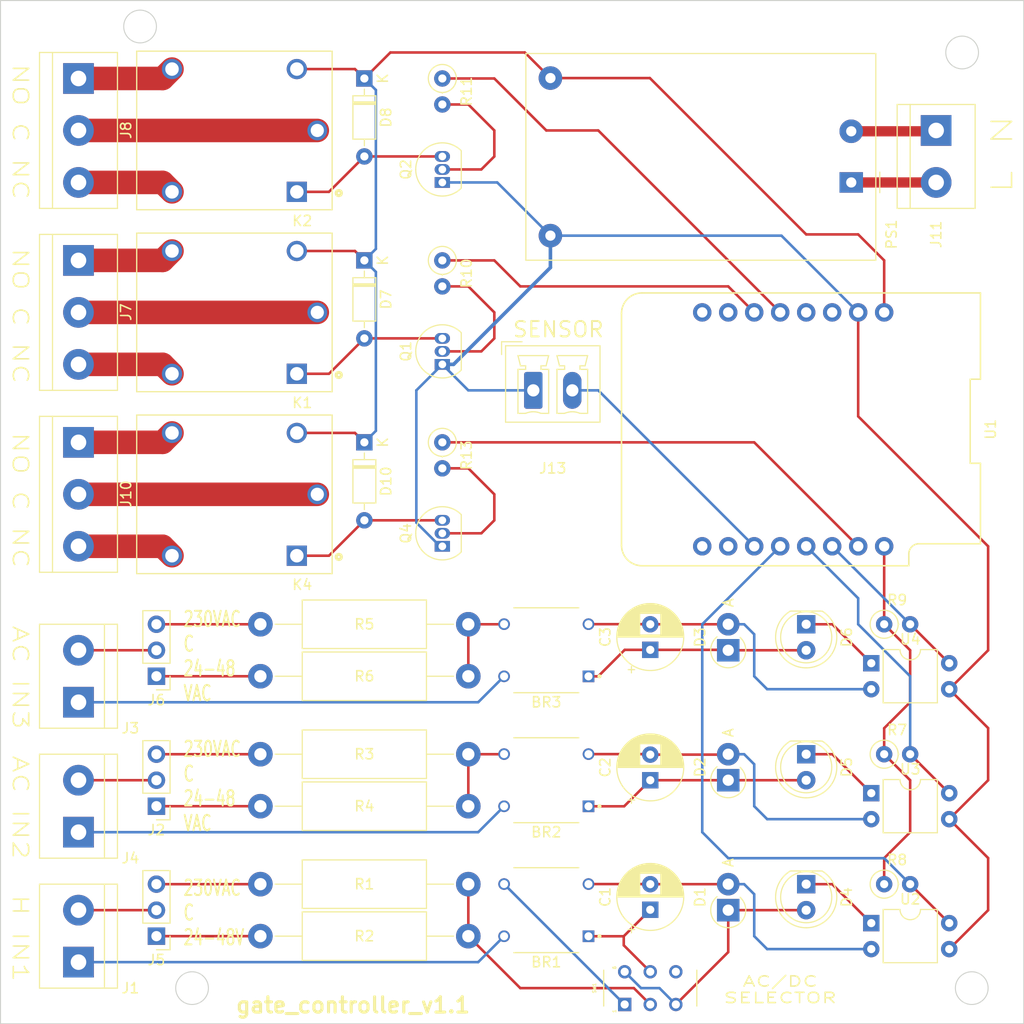
<source format=kicad_pcb>
(kicad_pcb (version 20221018) (generator pcbnew)
  (layers (0 "F.Cu" signal) (31 "B.Cu" signal) (34 "B.Paste" user) (35 "F.Paste" user) (36 "B.SilkS" user "B.Silkscreen") (37 "F.SilkS" user "F.Silkscreen") (38 "B.Mask" user) (39 "F.Mask" user) (44 "Edge.Cuts" user))
  (net 0 "")
  (net 1 "Net-(D1-K)")
  (net 2 "Net-(D1-A)")
  (net 3 "Net-(J1-Pin_1)")
  (net 4 "Net-(D2-K)")
  (net 5 "Net-(D2-A)")
  (net 6 "Net-(BR2-Pad3)")
  (net 7 "Net-(J4-Pin_1)")
  (net 8 "Net-(D3-K)")
  (net 9 "Net-(D3-A)")
  (net 10 "Net-(J3-Pin_1)")
  (net 11 "Net-(D4-K)")
  (net 12 "Net-(D6-K)")
  (net 13 "Net-(J1-Pin_2)")
  (net 14 "Net-(J2-Pin_1)")
  (net 15 "Net-(J2-Pin_2)")
  (net 16 "Net-(J2-Pin_3)")
  (net 17 "Net-(J3-Pin_2)")
  (net 18 "Net-(J5-Pin_1)")
  (net 19 "Net-(J5-Pin_3)")
  (net 20 "Net-(J6-Pin_1)")
  (net 21 "Net-(J6-Pin_3)")
  (net 22 "+3.3V")
  (net 23 "+5V")
  (net 24 "Net-(D7-A)")
  (net 25 "GND")
  (net 26 "Net-(D8-A)")
  (net 29 "D3")
  (net 30 "Net-(D10-A)")
  (net 31 "D2")
  (net 32 "D4")
  (net 33 "D1")
  (net 38 "Net-(D5-K)")
  (net 39 "Net-(J11-Pin_2)")
  (net 40 "Net-(J11-Pin_1)")
  (net 41 "Net-(Q1-B)")
  (net 42 "Net-(Q2-B)")
  (net 43 "Net-(Q4-B)")
  (net 44 "R1")
  (net 45 "R2")
  (net 46 "R3")
  (net 47 "Net-(J7-Pin_1)")
  (net 48 "Net-(J7-Pin_2)")
  (net 49 "Net-(J7-Pin_3)")
  (net 50 "Net-(J8-Pin_1)")
  (net 51 "Net-(J8-Pin_2)")
  (net 52 "Net-(J8-Pin_3)")
  (net 53 "Net-(J10-Pin_1)")
  (net 54 "Net-(J10-Pin_2)")
  (net 55 "Net-(J10-Pin_3)")
  (net 56 "Net-(BR3-Pad3)")
  (net 57 "Net-(BR1-Pad1)")
  (net 58 "Net-(BR1-Pad3)")
  (net 59 "Net-(R1-Pad2)")
  (footprint "Converter_ACDC:Converter_ACDC_HiLink_HLK-PMxx" (layer "F.Cu") (at 111.0825 45.72 180)
    (fp_text reference "PS1" (at -3.94 -5.08 90) (layer "F.SilkS"))
    (fp_text value "HLK-PM01")
    (pad "1" thru_hole rect (at 0 0 180) (size 2.3 2) (drill 1) (layers "*.Cu" "*.Mask") (net 39 "Net-(J11-Pin_2)"))
    (pad "2" thru_hole circle (at 0 5 180) (size 2.3 2.3) (drill 1) (layers "*.Cu" "*.Mask") (net 40 "Net-(J11-Pin_1)"))
    (pad "3" thru_hole circle (at 29.4 -5.2 180) (size 2.3 2.3) (drill 1) (layers "*.Cu" "*.Mask") (net 25 "GND"))
    (pad "4" thru_hole circle (at 29.4 10.2 180) (size 2.3 2.3) (drill 1) (layers "*.Cu" "*.Mask") (net 23 "+5V"))
  )
  (footprint "DB107:DIP825W50P509L880H320Q4" (layer "F.Cu") (at 81.28 116.84 180)
    (fp_text reference "BR1" (at 0 -5.08) (layer "F.SilkS"))
    (fp_text value "DB107")
    (pad "1" thru_hole rect (at -4.125 -2.55 180) (size 1.14 1.14) (drill 0.79) (layers "*.Cu" "*.Mask") (net 57 "Net-(BR1-Pad1)"))
    (pad "2" thru_hole circle (at -4.125 2.55 180) (size 1.14 1.14) (drill 0.79) (layers "*.Cu" "*.Mask") (net 2 "Net-(D1-A)"))
    (pad "3" thru_hole circle (at 4.125 2.55 180) (size 1.14 1.14) (drill 0.79) (layers "*.Cu" "*.Mask") (net 58 "Net-(BR1-Pad3)"))
    (pad "4" thru_hole circle (at 4.125 -2.55 180) (size 1.14 1.14) (drill 0.79) (layers "*.Cu" "*.Mask") (net 3 "Net-(J1-Pin_1)"))
  )
  (footprint "Resistor_THT:R_Axial_DIN0207_L6.3mm_D2.5mm_P2.54mm_Vertical" (layer "F.Cu") (at 71.12 53.34 -90)
    (fp_text reference "R10" (at 1.27 -2.37 90) (layer "F.SilkS"))
    (fp_text value "460")
    (pad "1" thru_hole circle (at 0 0 270) (size 1.6 1.6) (drill 0.8) (layers "*.Cu" "*.Mask") (net 44 "R1"))
    (pad "2" thru_hole oval (at 2.54 0 270) (size 1.6 1.6) (drill 0.8) (layers "*.Cu" "*.Mask") (net 41 "Net-(Q1-B)"))
  )
  (footprint "Resistor_THT:R_Axial_DIN0414_L11.9mm_D4.5mm_P20.32mm_Horizontal" (layer "F.Cu") (at 53.34 88.9)
    (fp_text reference "R5" (at 10.16 0) (layer "F.SilkS"))
    (fp_text value "150K")
    (pad "1" thru_hole circle (at 0 0) (size 2.4 2.4) (drill 1.2) (layers "*.Cu" "*.Mask") (net 21 "Net-(J6-Pin_3)"))
    (pad "2" thru_hole oval (at 20.32 0) (size 2.4 2.4) (drill 1.2) (layers "*.Cu" "*.Mask") (net 56 "Net-(BR3-Pad3)"))
  )
  (footprint "Diode_THT:D_DO-41_SOD81_P2.54mm_Vertical_AnodeUp" (layer "F.Cu") (at 99.06 91.44 90)
    (fp_text reference "D3" (at 1.27 -2.750635 90) (layer "F.SilkS"))
    (fp_text value "D_Zener")
    (fp_text user "A" (at 4.64 0 90) (layer "F.SilkS"))
    (pad "1" thru_hole rect (at 0 0 90) (size 2.2 2.2) (drill 1.1) (layers "*.Cu" "*.Mask") (net 8 "Net-(D3-K)"))
    (pad "2" thru_hole oval (at 2.54 0 90) (size 2.2 2.2) (drill 1.1) (layers "*.Cu" "*.Mask") (net 9 "Net-(D3-A)"))
  )
  (footprint "TerminalBlock:TerminalBlock_bornier-3_P5.08mm" (layer "F.Cu") (at 35.56 35.56 -90)
    (fp_text reference "J8" (at 5.05 -4.65 90) (layer "F.SilkS"))
    (fp_text value "Conn_01x03")
    (pad "1" thru_hole rect (at 0 0 270) (size 3 3) (drill 1.52) (layers "*.Cu" "*.Mask") (net 50 "Net-(J8-Pin_1)"))
    (pad "2" thru_hole circle (at 5.08 0 270) (size 3 3) (drill 1.52) (layers "*.Cu" "*.Mask") (net 51 "Net-(J8-Pin_2)"))
    (pad "3" thru_hole circle (at 10.16 0 270) (size 3 3) (drill 1.52) (layers "*.Cu" "*.Mask") (net 52 "Net-(J8-Pin_3)"))
  )
  (footprint "Resistor_THT:R_Axial_DIN0207_L6.3mm_D2.5mm_P2.54mm_Vertical" (layer "F.Cu") (at 114.3 88.9)
    (fp_text reference "R9" (at 1.27 -2.37) (layer "F.SilkS"))
    (fp_text value "4.7K")
    (pad "1" thru_hole circle (at 0 0) (size 1.6 1.6) (drill 0.8) (layers "*.Cu" "*.Mask") (net 22 "+3.3V"))
    (pad "2" thru_hole oval (at 2.54 0) (size 1.6 1.6) (drill 0.8) (layers "*.Cu" "*.Mask") (net 29 "D3"))
  )
  (footprint "Diode_THT:D_DO-41_SOD81_P2.54mm_Vertical_AnodeUp" (layer "F.Cu") (at 99.06 104.14 90)
    (fp_text reference "D2" (at 1.27 -2.750635 90) (layer "F.SilkS"))
    (fp_text value "D_Zener")
    (fp_text user "A" (at 4.64 0 90) (layer "F.SilkS"))
    (pad "1" thru_hole rect (at 0 0 90) (size 2.2 2.2) (drill 1.1) (layers "*.Cu" "*.Mask") (net 4 "Net-(D2-K)"))
    (pad "2" thru_hole oval (at 2.54 0 90) (size 2.2 2.2) (drill 1.1) (layers "*.Cu" "*.Mask") (net 5 "Net-(D2-A)"))
  )
  (footprint "DB107:DIP825W50P509L880H320Q4" (layer "F.Cu") (at 81.28 104.14 180)
    (fp_text reference "BR2" (at 0 -5.08) (layer "F.SilkS"))
    (fp_text value "DB107")
    (pad "1" thru_hole rect (at -4.125 -2.55 180) (size 1.14 1.14) (drill 0.79) (layers "*.Cu" "*.Mask") (net 4 "Net-(D2-K)"))
    (pad "2" thru_hole circle (at -4.125 2.55 180) (size 1.14 1.14) (drill 0.79) (layers "*.Cu" "*.Mask") (net 5 "Net-(D2-A)"))
    (pad "3" thru_hole circle (at 4.125 2.55 180) (size 1.14 1.14) (drill 0.79) (layers "*.Cu" "*.Mask") (net 6 "Net-(BR2-Pad3)"))
    (pad "4" thru_hole circle (at 4.125 -2.55 180) (size 1.14 1.14) (drill 0.79) (layers "*.Cu" "*.Mask") (net 7 "Net-(J4-Pin_1)"))
  )
  (footprint "Diode_THT:D_DO-41_SOD81_P2.54mm_Vertical_AnodeUp" (layer "F.Cu") (at 99.06 116.84 90)
    (fp_text reference "D1" (at 1.27 -2.750635 90) (layer "F.SilkS"))
    (fp_text value "D_Zener")
    (fp_text user "A" (at 4.64 0 90) (layer "F.SilkS"))
    (pad "1" thru_hole rect (at 0 0 90) (size 2.2 2.2) (drill 1.1) (layers "*.Cu" "*.Mask") (net 1 "Net-(D1-K)"))
    (pad "2" thru_hole oval (at 2.54 0 90) (size 2.2 2.2) (drill 1.1) (layers "*.Cu" "*.Mask") (net 2 "Net-(D1-A)"))
  )
  (footprint "SRD-05VDC-SL-C:RELAY_SRD-05VDC-SL-C" (layer "F.Cu") (at 50.8 76.2 180)
    (fp_text reference "K4" (at -6.62563 -8.83584) (layer "F.SilkS") (effects (font (size 1.000094 1.000094))))
    (fp_text value "SRD-05VDC-SL-C")
    (pad "A1" thru_hole rect (at -6.1 -6 180) (size 1.98 1.98) (drill 1.32) (layers "*.Cu" "*.Mask") (net 30 "Net-(D10-A)"))
    (pad "A2" thru_hole circle (at -6.1 6 180) (size 1.98 1.98) (drill 1.32) (layers "*.Cu" "*.Mask") (net 23 "+5V"))
    (pad "COM" thru_hole circle (at -8.1 0 180) (size 1.935 1.935) (drill 1.29) (layers "*.Cu" "*.Mask") (net 54 "Net-(J10-Pin_2)"))
    (pad "NC" thru_hole circle (at 6.1 -6 180) (size 1.98 1.98) (drill 1.32) (layers "*.Cu" "*.Mask") (net 55 "Net-(J10-Pin_3)"))
    (pad "NO" thru_hole circle (at 6.1 6 180) (size 1.98 1.98) (drill 1.32) (layers "*.Cu" "*.Mask") (net 53 "Net-(J10-Pin_1)"))
  )
  (footprint "Diode_THT:D_DO-35_SOD27_P7.62mm_Horizontal" (layer "F.Cu") (at 63.5 35.56 -90)
    (fp_text reference "D8" (at 3.81 -2.12 90) (layer "F.SilkS"))
    (fp_text value "1N4148")
    (fp_text user "K" (at 0 -1.8 90) (layer "F.SilkS"))
    (pad "1" thru_hole rect (at 0 0 270) (size 1.6 1.6) (drill 0.8) (layers "*.Cu" "*.Mask") (net 23 "+5V"))
    (pad "2" thru_hole oval (at 7.62 0 270) (size 1.6 1.6) (drill 0.8) (layers "*.Cu" "*.Mask") (net 26 "Net-(D8-A)"))
  )
  (footprint "Diode_THT:D_DO-35_SOD27_P7.62mm_Horizontal" (layer "F.Cu") (at 63.5 71.12 -90)
    (fp_text reference "D10" (at 3.81 -2.12 90) (layer "F.SilkS"))
    (fp_text value "1N4148")
    (fp_text user "K" (at 0 -1.8 90) (layer "F.SilkS"))
    (pad "1" thru_hole rect (at 0 0 270) (size 1.6 1.6) (drill 0.8) (layers "*.Cu" "*.Mask") (net 23 "+5V"))
    (pad "2" thru_hole oval (at 7.62 0 270) (size 1.6 1.6) (drill 0.8) (layers "*.Cu" "*.Mask") (net 30 "Net-(D10-A)"))
  )
  (footprint "Resistor_THT:R_Axial_DIN0414_L11.9mm_D4.5mm_P20.32mm_Horizontal" (layer "F.Cu") (at 53.34 93.98)
    (fp_text reference "R6" (at 10.16 0) (layer "F.SilkS"))
    (fp_text value "18K")
    (pad "1" thru_hole circle (at 0 0) (size 2.4 2.4) (drill 1.2) (layers "*.Cu" "*.Mask") (net 20 "Net-(J6-Pin_1)"))
    (pad "2" thru_hole oval (at 20.32 0) (size 2.4 2.4) (drill 1.2) (layers "*.Cu" "*.Mask") (net 56 "Net-(BR3-Pad3)"))
  )
  (footprint "Resistor_THT:R_Axial_DIN0207_L6.3mm_D2.5mm_P2.54mm_Vertical" (layer "F.Cu") (at 71.12 35.56 -90)
    (fp_text reference "R11" (at 1.27 -2.37 90) (layer "F.SilkS"))
    (fp_text value "460")
    (pad "1" thru_hole circle (at 0 0 270) (size 1.6 1.6) (drill 0.8) (layers "*.Cu" "*.Mask") (net 45 "R2"))
    (pad "2" thru_hole oval (at 2.54 0 270) (size 1.6 1.6) (drill 0.8) (layers "*.Cu" "*.Mask") (net 42 "Net-(Q2-B)"))
  )
  (footprint "TerminalBlock:TerminalBlock_bornier-3_P5.08mm" (layer "F.Cu") (at 35.56 71.12 -90)
    (fp_text reference "J10" (at 5.05 -4.65 90) (layer "F.SilkS"))
    (fp_text value "Conn_01x03")
    (pad "1" thru_hole rect (at 0 0 270) (size 3 3) (drill 1.52) (layers "*.Cu" "*.Mask") (net 53 "Net-(J10-Pin_1)"))
    (pad "2" thru_hole circle (at 5.08 0 270) (size 3 3) (drill 1.52) (layers "*.Cu" "*.Mask") (net 54 "Net-(J10-Pin_2)"))
    (pad "3" thru_hole circle (at 10.16 0 270) (size 3 3) (drill 1.52) (layers "*.Cu" "*.Mask") (net 55 "Net-(J10-Pin_3)"))
  )
  (footprint "Resistor_THT:R_Axial_DIN0414_L11.9mm_D4.5mm_P20.32mm_Horizontal" (layer "F.Cu") (at 53.34 114.3)
    (fp_text reference "R1" (at 10.16 0) (layer "F.SilkS"))
    (fp_text value "150K")
    (pad "1" thru_hole circle (at 0 0) (size 2.4 2.4) (drill 1.2) (layers "*.Cu" "*.Mask") (net 19 "Net-(J5-Pin_3)"))
    (pad "2" thru_hole oval (at 20.32 0) (size 2.4 2.4) (drill 1.2) (layers "*.Cu" "*.Mask") (net 59 "Net-(R1-Pad2)"))
  )
  (footprint "Resistor_THT:R_Axial_DIN0414_L11.9mm_D4.5mm_P20.32mm_Horizontal" (layer "F.Cu") (at 53.34 106.68)
    (fp_text reference "R4" (at 10.16 0) (layer "F.SilkS"))
    (fp_text value "18K")
    (pad "1" thru_hole circle (at 0 0) (size 2.4 2.4) (drill 1.2) (layers "*.Cu" "*.Mask") (net 14 "Net-(J2-Pin_1)"))
    (pad "2" thru_hole oval (at 20.32 0) (size 2.4 2.4) (drill 1.2) (layers "*.Cu" "*.Mask") (net 6 "Net-(BR2-Pad3)"))
  )
  (footprint "Resistor_THT:R_Axial_DIN0414_L11.9mm_D4.5mm_P20.32mm_Horizontal" (layer "F.Cu") (at 53.34 101.6)
    (fp_text reference "R3" (at 10.16 0) (layer "F.SilkS"))
    (fp_text value "150K")
    (pad "1" thru_hole circle (at 0 0) (size 2.4 2.4) (drill 1.2) (layers "*.Cu" "*.Mask") (net 16 "Net-(J2-Pin_3)"))
    (pad "2" thru_hole oval (at 20.32 0) (size 2.4 2.4) (drill 1.2) (layers "*.Cu" "*.Mask") (net 6 "Net-(BR2-Pad3)"))
  )
  (footprint "TerminalBlock:TerminalBlock_bornier-2_P5.08mm" (layer "F.Cu") (at 35.56 109.22 90)
    (fp_text reference "J4" (at -2.54 5.08 180) (layer "F.SilkS"))
    (fp_text value "Conn_01x02")
    (pad "1" thru_hole rect (at 0 0 90) (size 3 3) (drill 1.52) (layers "*.Cu" "*.Mask") (net 7 "Net-(J4-Pin_1)"))
    (pad "2" thru_hole circle (at 5.08 0 90) (size 3 3) (drill 1.52) (layers "*.Cu" "*.Mask") (net 15 "Net-(J2-Pin_2)"))
  )
  (footprint "Resistor_THT:R_Axial_DIN0207_L6.3mm_D2.5mm_P2.54mm_Vertical" (layer "F.Cu") (at 114.3 101.6)
    (fp_text reference "R7" (at 1.27 -2.37) (layer "F.SilkS"))
    (fp_text value "4.7K")
    (pad "1" thru_hole circle (at 0 0) (size 1.6 1.6) (drill 0.8) (layers "*.Cu" "*.Mask") (net 22 "+3.3V"))
    (pad "2" thru_hole oval (at 2.54 0) (size 1.6 1.6) (drill 0.8) (layers "*.Cu" "*.Mask") (net 31 "D2"))
  )
  (footprint "Capacitor_THT:CP_Radial_D6.3mm_P2.50mm" (layer "F.Cu") (at 91.44 91.4 90)
    (fp_text reference "C3" (at 1.25 -4.4 90) (layer "F.SilkS"))
    (fp_text value "100 uf 25V")
    (pad "1" thru_hole rect (at 0 0 90) (size 1.6 1.6) (drill 0.8) (layers "*.Cu" "*.Mask") (net 8 "Net-(D3-K)"))
    (pad "2" thru_hole circle (at 2.5 0 90) (size 1.6 1.6) (drill 0.8) (layers "*.Cu" "*.Mask") (net 9 "Net-(D3-A)"))
  )
  (footprint "Package_TO_SOT_THT:TO-92_Inline" (layer "F.Cu") (at 71.12 63.5 90)
    (fp_text reference "Q1" (at 1.27 -3.56 90) (layer "F.SilkS"))
    (fp_text value "2N3904")
    (pad "1" thru_hole rect (at 0 0 90) (size 1.05 1.5) (drill 0.75) (layers "*.Cu" "*.Mask") (net 25 "GND"))
    (pad "2" thru_hole oval (at 1.27 0 90) (size 1.05 1.5) (drill 0.75) (layers "*.Cu" "*.Mask") (net 41 "Net-(Q1-B)"))
    (pad "3" thru_hole oval (at 2.54 0 90) (size 1.05 1.5) (drill 0.75) (layers "*.Cu" "*.Mask") (net 24 "Net-(D7-A)"))
  )
  (footprint "LED_THT:LED_D5.0mm" (layer "F.Cu") (at 106.68 114.3 -90)
    (fp_text reference "D4" (at 1.27 -3.96 90) (layer "F.SilkS"))
    (fp_text value "LED")
    (pad "1" thru_hole rect (at 0 0 270) (size 1.8 1.8) (drill 0.9) (layers "*.Cu" "*.Mask") (net 11 "Net-(D4-K)"))
    (pad "2" thru_hole circle (at 2.54 0 270) (size 1.8 1.8) (drill 0.9) (layers "*.Cu" "*.Mask") (net 1 "Net-(D1-K)"))
  )
  (footprint "Resistor_THT:R_Axial_DIN0207_L6.3mm_D2.5mm_P2.54mm_Vertical" (layer "F.Cu") (at 114.3 114.3)
    (fp_text reference "R8" (at 1.27 -2.37) (layer "F.SilkS"))
    (fp_text value "4.7K")
    (pad "1" thru_hole circle (at 0 0) (size 1.6 1.6) (drill 0.8) (layers "*.Cu" "*.Mask") (net 22 "+3.3V"))
    (pad "2" thru_hole oval (at 2.54 0) (size 1.6 1.6) (drill 0.8) (layers "*.Cu" "*.Mask") (net 33 "D1"))
  )
  (footprint "TerminalBlock:TerminalBlock_bornier-3_P5.08mm" (layer "F.Cu") (at 35.56 53.34 -90)
    (fp_text reference "J7" (at 5.05 -4.65 90) (layer "F.SilkS"))
    (fp_text value "Conn_01x03")
    (pad "1" thru_hole rect (at 0 0 270) (size 3 3) (drill 1.52) (layers "*.Cu" "*.Mask") (net 47 "Net-(J7-Pin_1)"))
    (pad "2" thru_hole circle (at 5.08 0 270) (size 3 3) (drill 1.52) (layers "*.Cu" "*.Mask") (net 48 "Net-(J7-Pin_2)"))
    (pad "3" thru_hole circle (at 10.16 0 270) (size 3 3) (drill 1.52) (layers "*.Cu" "*.Mask") (net 49 "Net-(J7-Pin_3)"))
  )
  (footprint "Package_DIP:DIP-4_W7.62mm" (layer "F.Cu") (at 113.04 92.705)
    (fp_text reference "U4" (at 3.81 -2.33) (layer "F.SilkS"))
    (fp_text value "PC817")
    (pad "1" thru_hole rect (at 0 0) (size 1.6 1.6) (drill 0.8) (layers "*.Cu" "*.Mask") (net 12 "Net-(D6-K)"))
    (pad "2" thru_hole oval (at 0 2.54) (size 1.6 1.6) (drill 0.8) (layers "*.Cu" "*.Mask") (net 9 "Net-(D3-A)"))
    (pad "3" thru_hole oval (at 7.62 2.54) (size 1.6 1.6) (drill 0.8) (layers "*.Cu" "*.Mask") (net 25 "GND"))
    (pad "4" thru_hole oval (at 7.62 0) (size 1.6 1.6) (drill 0.8) (layers "*.Cu" "*.Mask") (net 29 "D3"))
  )
  (footprint "SRD-05VDC-SL-C:RELAY_SRD-05VDC-SL-C" (layer "F.Cu") (at 50.8 40.64 180)
    (fp_text reference "K2" (at -6.62563 -8.83584) (layer "F.SilkS") (effects (font (size 1.000094 1.000094))))
    (fp_text value "SRD-05VDC-SL-C")
    (pad "A1" thru_hole rect (at -6.1 -6 180) (size 1.98 1.98) (drill 1.32) (layers "*.Cu" "*.Mask") (net 26 "Net-(D8-A)"))
    (pad "A2" thru_hole circle (at -6.1 6 180) (size 1.98 1.98) (drill 1.32) (layers "*.Cu" "*.Mask") (net 23 "+5V"))
    (pad "COM" thru_hole circle (at -8.1 0 180) (size 1.935 1.935) (drill 1.29) (layers "*.Cu" "*.Mask") (net 51 "Net-(J8-Pin_2)"))
    (pad "NC" thru_hole circle (at 6.1 -6 180) (size 1.98 1.98) (drill 1.32) (layers "*.Cu" "*.Mask") (net 52 "Net-(J8-Pin_3)"))
    (pad "NO" thru_hole circle (at 6.1 6 180) (size 1.98 1.98) (drill 1.32) (layers "*.Cu" "*.Mask") (net 50 "Net-(J8-Pin_1)"))
  )
  (footprint "LED_THT:LED_D5.0mm" (layer "F.Cu") (at 106.68 101.6 -90)
    (fp_text reference "D5" (at 1.27 -3.96 90) (layer "F.SilkS"))
    (fp_text value "LED")
    (pad "1" thru_hole rect (at 0 0 270) (size 1.8 1.8) (drill 0.9) (layers "*.Cu" "*.Mask") (net 38 "Net-(D5-K)"))
    (pad "2" thru_hole circle (at 2.54 0 270) (size 1.8 1.8) (drill 0.9) (layers "*.Cu" "*.Mask") (net 4 "Net-(D2-K)"))
  )
  (footprint "Capacitor_THT:CP_Radial_D6.3mm_P2.50mm" (layer "F.Cu") (at 91.44 104.14 90)
    (fp_text reference "C2" (at 1.25 -4.4 90) (layer "F.SilkS"))
    (fp_text value "100uf 25V")
    (pad "1" thru_hole rect (at 0 0 90) (size 1.6 1.6) (drill 0.8) (layers "*.Cu" "*.Mask") (net 4 "Net-(D2-K)"))
    (pad "2" thru_hole circle (at 2.5 0 90) (size 1.6 1.6) (drill 0.8) (layers "*.Cu" "*.Mask") (net 5 "Net-(D2-A)"))
  )
  (footprint "MS-22D18G2ROHS:SW_MS-22D18G2ROHS" (layer "F.Cu") (at 91.44 124.46 90)
    (fp_text reference "SW1" (at 0 -5.463047 90) (layer "F.SilkS") (effects (font (size 0.320578 0.320578))))
    (fp_text value "MS-22D18G2ROHS")
    (fp_text user "1" (at -2.25165 -3.50257 90) (layer "F.SilkS") (effects (font (size 0.320235 0.320235))))
    (fp_text user "6" (at 2.00177 -3.5031 90) (layer "F.SilkS") (effects (font (size 0.320283 0.320283))))
    (pad "1" thru_hole rect (at -1.6 -2.5 90) (size 1.308 1.308) (drill 0.8) (layers "*.Cu" "*.Mask") (net 58 "Net-(BR1-Pad3)"))
    (pad "2" thru_hole circle (at -1.6 0 90) (size 1.308 1.308) (drill 0.8) (layers "*.Cu" "*.Mask") (net 59 "Net-(R1-Pad2)"))
    (pad "3" thru_hole circle (at -1.6 2.5 90) (size 1.308 1.308) (drill 0.8) (layers "*.Cu" "*.Mask") (net 1 "Net-(D1-K)"))
    (pad "4" thru_hole circle (at 1.6 2.5 90) (size 1.308 1.308) (drill 0.8) (layers "*.Cu" "*.Mask"))
    (pad "5" thru_hole circle (at 1.6 0 90) (size 1.308 1.308) (drill 0.8) (layers "*.Cu" "*.Mask") (net 57 "Net-(BR1-Pad1)"))
    (pad "6" thru_hole circle (at 1.6 -2.5 90) (size 1.308 1.308) (drill 0.8) (layers "*.Cu" "*.Mask") (net 1 "Net-(D1-K)"))
  )
  (footprint "Resistor_THT:R_Axial_DIN0207_L6.3mm_D2.5mm_P2.54mm_Vertical" (layer "F.Cu") (at 71.12 71.12 -90)
    (fp_text reference "R13" (at 1.27 -2.37 90) (layer "F.SilkS"))
    (fp_text value "460")
    (pad "1" thru_hole circle (at 0 0 270) (size 1.6 1.6) (drill 0.8) (layers "*.Cu" "*.Mask") (net 46 "R3"))
    (pad "2" thru_hole oval (at 2.54 0 270) (size 1.6 1.6) (drill 0.8) (layers "*.Cu" "*.Mask") (net 43 "Net-(Q4-B)"))
  )
  (footprint "Capacitor_THT:CP_Radial_D6.3mm_P2.50mm" (layer "F.Cu") (at 91.44 116.8 90)
    (fp_text reference "C1" (at 1.25 -4.4 90) (layer "F.SilkS"))
    (fp_text value "100uf 25V")
    (pad "1" thru_hole rect (at 0 0 90) (size 1.6 1.6) (drill 0.8) (layers "*.Cu" "*.Mask") (net 57 "Net-(BR1-Pad1)"))
    (pad "2" thru_hole circle (at 2.5 0 90) (size 1.6 1.6) (drill 0.8) (layers "*.Cu" "*.Mask") (net 2 "Net-(D1-A)"))
  )
  (footprint "Package_DIP:DIP-4_W7.62mm" (layer "F.Cu") (at 113.04 105.405)
    (fp_text reference "U3" (at 3.81 -2.33) (layer "F.SilkS"))
    (fp_text value "PC817")
    (pad "1" thru_hole rect (at 0 0) (size 1.6 1.6) (drill 0.8) (layers "*.Cu" "*.Mask") (net 38 "Net-(D5-K)"))
    (pad "2" thru_hole oval (at 0 2.54) (size 1.6 1.6) (drill 0.8) (layers "*.Cu" "*.Mask") (net 5 "Net-(D2-A)"))
    (pad "3" thru_hole oval (at 7.62 2.54) (size 1.6 1.6) (drill 0.8) (layers "*.Cu" "*.Mask") (net 25 "GND"))
    (pad "4" thru_hole oval (at 7.62 0) (size 1.6 1.6) (drill 0.8) (layers "*.Cu" "*.Mask") (net 31 "D2"))
  )
  (footprint "D1_MINI:wemos-d1-mini-connectors-only" (layer "F.Cu") (at 105.41 69.85 180)
    (fp_text reference "U1" (at -19.3 0 90) (layer "F.SilkS"))
    (fp_text value "WeMos_D1_mini")
    (pad "1" thru_hole circle (at 8.89 -11.43 180) (size 1.8 1.8) (drill 1.016) (layers "*.Cu" "*.Mask"))
    (pad "2" thru_hole circle (at 6.35 -11.43 180) (size 1.8 1.8) (drill 1.016) (layers "*.Cu" "*.Mask"))
    (pad "3" thru_hole circle (at 3.81 -11.43 180) (size 1.8 1.8) (drill 1.016) (layers "*.Cu" "*.Mask") (net 32 "D4"))
    (pad "4" thru_hole circle (at 1.27 -11.43 180) (size 1.8 1.8) (drill 1.016) (layers "*.Cu" "*.Mask") (net 33 "D1"))
    (pad "5" thru_hole circle (at -1.27 -11.43 180) (size 1.8 1.8) (drill 1.016) (layers "*.Cu" "*.Mask") (net 31 "D2"))
    (pad "6" thru_hole circle (at -3.81 -11.43 180) (size 1.8 1.8) (drill 1.016) (layers "*.Cu" "*.Mask") (net 29 "D3"))
    (pad "7" thru_hole circle (at -6.35 -11.43 180) (size 1.8 1.8) (drill 1.016) (layers "*.Cu" "*.Mask") (net 46 "R3"))
    (pad "8" thru_hole circle (at -8.89 -11.43 180) (size 1.8 1.8) (drill 1.016) (layers "*.Cu" "*.Mask") (net 22 "+3.3V"))
    (pad "9" thru_hole circle (at -8.89 11.43 180) (size 1.8 1.8) (drill 1.016) (layers "*.Cu" "*.Mask") (net 23 "+5V"))
    (pad "10" thru_hole circle (at -6.35 11.43 180) (size 1.8 1.8) (drill 1.016) (layers "*.Cu" "*.Mask") (net 25 "GND"))
    (pad "11" thru_hole circle (at -3.81 11.43 180) (size 1.8 1.8) (drill 1.016) (layers "*.Cu" "*.Mask"))
    (pad "12" thru_hole circle (at -1.27 11.43 180) (size 1.8 1.8) (drill 1.016) (layers "*.Cu" "*.Mask"))
    (pad "13" thru_hole circle (at 1.27 11.43 180) (size 1.8 1.8) (drill 1.016) (layers "*.Cu" "*.Mask") (net 45 "R2"))
    (pad "14" thru_hole circle (at 3.81 11.43 180) (size 1.8 1.8) (drill 1.016) (layers "*.Cu" "*.Mask") (net 44 "R1"))
    (pad "15" thru_hole circle (at 6.35 11.43 180) (size 1.8 1.8) (drill 1.016) (layers "*.Cu" "*.Mask"))
    (pad "16" thru_hole circle (at 8.89 11.43 180) (size 1.8 1.8) (drill 1.016) (layers "*.Cu" "*.Mask"))
  )
  (footprint "Connector_Phoenix_MC:PhoenixContact_MCV_1,5_2-G-3.81_1x02_P3.81mm_Vertical" (layer "F.Cu") (at 80.01 66.04)
    (fp_text reference "J13" (at 1.9 7.62) (layer "F.SilkS"))
    (fp_text value "Conn_01x02")
    (pad "1" thru_hole roundrect (at 0 0) (size 1.8 3.6) (drill 1.2) (layers "*.Cu" "*.Mask") (roundrect_rratio 0.1388888889) (net 25 "GND"))
    (pad "2" thru_hole oval (at 3.81 0) (size 1.8 3.6) (drill 1.2) (layers "*.Cu" "*.Mask") (net 32 "D4"))
  )
  (footprint "TerminalBlock:TerminalBlock_bornier-2_P5.08mm" (layer "F.Cu") (at 35.56 96.52 90)
    (fp_text reference "J3" (at -2.54 5.08 180) (layer "F.SilkS"))
    (fp_text value "Conn_01x02")
    (pad "1" thru_hole rect (at 0 0 90) (size 3 3) (drill 1.52) (layers "*.Cu" "*.Mask") (net 10 "Net-(J3-Pin_1)"))
    (pad "2" thru_hole circle (at 5.08 0 90) (size 3 3) (drill 1.52) (layers "*.Cu" "*.Mask") (net 17 "Net-(J3-Pin_2)"))
  )
  (footprint "SRD-05VDC-SL-C:RELAY_SRD-05VDC-SL-C" (layer "F.Cu") (at 50.8 58.42 180)
    (fp_text reference "K1" (at -6.62563 -8.83584) (layer "F.SilkS") (effects (font (size 1.000094 1.000094))))
    (fp_text value "SRD-05VDC-SL-C")
    (pad "A1" thru_hole rect (at -6.1 -6 180) (size 1.98 1.98) (drill 1.32) (layers "*.Cu" "*.Mask") (net 24 "Net-(D7-A)"))
    (pad "A2" thru_hole circle (at -6.1 6 180) (size 1.98 1.98) (drill 1.32) (layers "*.Cu" "*.Mask") (net 23 "+5V"))
    (pad "COM" thru_hole circle (at -8.1 0 180) (size 1.935 1.935) (drill 1.29) (layers "*.Cu" "*.Mask") (net 48 "Net-(J7-Pin_2)"))
    (pad "NC" thru_hole circle (at 6.1 -6 180) (size 1.98 1.98) (drill 1.32) (layers "*.Cu" "*.Mask") (net 49 "Net-(J7-Pin_3)"))
    (pad "NO" thru_hole circle (at 6.1 6 180) (size 1.98 1.98) (drill 1.32) (layers "*.Cu" "*.Mask") (net 47 "Net-(J7-Pin_1)"))
  )
  (footprint "Package_TO_SOT_THT:TO-92_Inline" (layer "F.Cu") (at 71.12 81.28 90)
    (fp_text reference "Q4" (at 1.27 -3.56 90) (layer "F.SilkS"))
    (fp_text value "2N3904")
    (pad "1" thru_hole rect (at 0 0 90) (size 1.05 1.5) (drill 0.75) (layers "*.Cu" "*.Mask") (net 25 "GND"))
    (pad "2" thru_hole oval (at 1.27 0 90) (size 1.05 1.5) (drill 0.75) (layers "*.Cu" "*.Mask") (net 43 "Net-(Q4-B)"))
    (pad "3" thru_hole oval (at 2.54 0 90) (size 1.05 1.5) (drill 0.75) (layers "*.Cu" "*.Mask") (net 30 "Net-(D10-A)"))
  )
  (footprint "LED_THT:LED_D5.0mm" (layer "F.Cu") (at 106.68 88.9 -90)
    (fp_text reference "D6" (at 1.27 -3.96 90) (layer "F.SilkS"))
    (fp_text value "LED")
    (pad "1" thru_hole rect (at 0 0 270) (size 1.8 1.8) (drill 0.9) (layers "*.Cu" "*.Mask") (net 12 "Net-(D6-K)"))
    (pad "2" thru_hole circle (at 2.54 0 270) (size 1.8 1.8) (drill 0.9) (layers "*.Cu" "*.Mask") (net 8 "Net-(D3-K)"))
  )
  (footprint "Connector_PinHeader_2.54mm:PinHeader_1x03_P2.54mm_Vertical" (layer "F.Cu") (at 43.18 119.38 180)
    (fp_text reference "J5" (at 0 -2.33) (layer "F.SilkS"))
    (fp_text value "Conn_01x03")
    (pad "1" thru_hole rect (at 0 0 180) (size 1.7 1.7) (drill 1) (layers "*.Cu" "*.Mask") (net 18 "Net-(J5-Pin_1)"))
    (pad "2" thru_hole oval (at 0 2.54 180) (size 1.7 1.7) (drill 1) (layers "*.Cu" "*.Mask") (net 13 "Net-(J1-Pin_2)"))
    (pad "3" thru_hole oval (at 0 5.08 180) (size 1.7 1.7) (drill 1) (layers "*.Cu" "*.Mask") (net 19 "Net-(J5-Pin_3)"))
  )
  (footprint "Resistor_THT:R_Axial_DIN0414_L11.9mm_D4.5mm_P20.32mm_Horizontal" (layer "F.Cu") (at 53.34 119.38)
    (fp_text reference "R2" (at 10.16 0) (layer "F.SilkS"))
    (fp_text value "18K")
    (pad "1" thru_hole circle (at 0 0) (size 2.4 2.4) (drill 1.2) (layers "*.Cu" "*.Mask") (net 18 "Net-(J5-Pin_1)"))
    (pad "2" thru_hole oval (at 20.32 0) (size 2.4 2.4) (drill 1.2) (layers "*.Cu" "*.Mask") (net 59 "Net-(R1-Pad2)"))
  )
  (footprint "TerminalBlock:TerminalBlock_bornier-2_P5.08mm" (layer "F.Cu") (at 35.56 121.92 90)
    (fp_text reference "J1" (at -2.54 5.08 180) (layer "F.SilkS"))
    (fp_text value "Conn_01x02")
    (pad "1" thru_hole rect (at 0 0 90) (size 3 3) (drill 1.52) (layers "*.Cu" "*.Mask") (net 3 "Net-(J1-Pin_1)"))
    (pad "2" thru_hole circle (at 5.08 0 90) (size 3 3) (drill 1.52) (layers "*.Cu" "*.Mask") (net 13 "Net-(J1-Pin_2)"))
  )
  (footprint "Diode_THT:D_DO-35_SOD27_P7.62mm_Horizontal" (layer "F.Cu") (at 63.5 53.34 -90)
    (fp_text reference "D7" (at 3.81 -2.12 90) (layer "F.SilkS"))
    (fp_text value "1N4148")
    (fp_text user "K" (at 0 -1.8 90) (layer "F.SilkS"))
    (pad "1" thru_hole rect (at 0 0 270) (size 1.6 1.6) (drill 0.8) (layers "*.Cu" "*.Mask") (net 23 "+5V"))
    (pad "2" thru_hole oval (at 7.62 0 270) (size 1.6 1.6) (drill 0.8) (layers "*.Cu" "*.Mask") (net 24 "Net-(D7-A)"))
  )
  (footprint "Connector_PinHeader_2.54mm:PinHeader_1x03_P2.54mm_Vertical" (layer "F.Cu") (at 43.18 93.98 180)
    (fp_text reference "J6" (at 0 -2.33) (layer "F.SilkS"))
    (fp_text value "Conn_01x03")
    (pad "1" thru_hole rect (at 0 0 180) (size 1.7 1.7) (drill 1) (layers "*.Cu" "*.Mask") (net 20 "Net-(J6-Pin_1)"))
    (pad "2" thru_hole oval (at 0 2.54 180) (size 1.7 1.7) (drill 1) (layers "*.Cu" "*.Mask") (net 17 "Net-(J3-Pin_2)"))
    (pad "3" thru_hole oval (at 0 5.08 180) (size 1.7 1.7) (drill 1) (layers "*.Cu" "*.Mask") (net 21 "Net-(J6-Pin_3)"))
  )
  (footprint "Connector_PinHeader_2.54mm:PinHeader_1x03_P2.54mm_Vertical" (layer "F.Cu") (at 43.18 106.68 180)
    (fp_text reference "J2" (at 0 -2.33) (layer "F.SilkS"))
    (fp_text value "Conn_01x03")
    (pad "1" thru_hole rect (at 0 0 180) (size 1.7 1.7) (drill 1) (layers "*.Cu" "*.Mask") (net 14 "Net-(J2-Pin_1)"))
    (pad "2" thru_hole oval (at 0 2.54 180) (size 1.7 1.7) (drill 1) (layers "*.Cu" "*.Mask") (net 15 "Net-(J2-Pin_2)"))
    (pad "3" thru_hole oval (at 0 5.08 180) (size 1.7 1.7) (drill 1) (layers "*.Cu" "*.Mask") (net 16 "Net-(J2-Pin_3)"))
  )
  (footprint "Package_DIP:DIP-4_W7.62mm" (layer "F.Cu") (at 113.04 118.105)
    (fp_text reference "U2" (at 3.81 -2.33) (layer "F.SilkS"))
    (fp_text value "PC817")
    (pad "1" thru_hole rect (at 0 0) (size 1.6 1.6) (drill 0.8) (layers "*.Cu" "*.Mask") (net 11 "Net-(D4-K)"))
    (pad "2" thru_hole oval (at 0 2.54) (size 1.6 1.6) (drill 0.8) (layers "*.Cu" "*.Mask") (net 2 "Net-(D1-A)"))
    (pad "3" thru_hole oval (at 7.62 2.54) (size 1.6 1.6) (drill 0.8) (layers "*.Cu" "*.Mask") (net 25 "GND"))
    (pad "4" thru_hole oval (at 7.62 0) (size 1.6 1.6) (drill 0.8) (layers "*.Cu" "*.Mask") (net 33 "D1"))
  )
  (footprint "TerminalBlock:TerminalBlock_bornier-2_P5.08mm" (layer "F.Cu") (at 119.38 40.64 -90)
    (fp_text reference "J11" (at 10.16 0 90) (layer "F.SilkS"))
    (fp_text value "Conn_01x02")
    (pad "1" thru_hole rect (at 0 0 270) (size 3 3) (drill 1.52) (layers "*.Cu" "*.Mask") (net 40 "Net-(J11-Pin_1)"))
    (pad "2" thru_hole circle (at 5.08 0 270) (size 3 3) (drill 1.52) (layers "*.Cu" "*.Mask") (net 39 "Net-(J11-Pin_2)"))
  )
  (footprint "Package_TO_SOT_THT:TO-92_Inline" (layer "F.Cu") (at 71.12 45.72 90)
    (fp_text reference "Q2" (at 1.27 -3.56 90) (layer "F.SilkS"))
    (fp_text value "2N3904")
    (pad "1" thru_hole rect (at 0 0 90) (size 1.05 1.5) (drill 0.75) (layers "*.Cu" "*.Mask") (net 25 "GND"))
    (pad "2" thru_hole oval (at 1.27 0 90) (size 1.05 1.5) (drill 0.75) (layers "*.Cu" "*.Mask") (net 42 "Net-(Q2-B)"))
    (pad "3" thru_hole oval (at 2.54 0 90) (size 1.05 1.5) (drill 0.75) (layers "*.Cu" "*.Mask") (net 26 "Net-(D8-A)"))
  )
  (footprint "DB107:DIP825W50P509L880H320Q4" (layer "F.Cu") (at 81.28 91.44 180)
    (fp_text reference "BR3" (at 0 -5.08) (layer "F.SilkS"))
    (fp_text value "DB107")
    (pad "1" thru_hole rect (at -4.125 -2.55 180) (size 1.14 1.14) (drill 0.79) (layers "*.Cu" "*.Mask") (net 8 "Net-(D3-K)"))
    (pad "2" thru_hole circle (at -4.125 2.55 180) (size 1.14 1.14) (drill 0.79) (layers "*.Cu" "*.Mask") (net 9 "Net-(D3-A)"))
    (pad "3" thru_hole circle (at 4.125 2.55 180) (size 1.14 1.14) (drill 0.79) (layers "*.Cu" "*.Mask") (net 56 "Net-(BR3-Pad3)"))
    (pad "4" thru_hole circle (at 4.125 -2.55 180) (size 1.14 1.14) (drill 0.79) (layers "*.Cu" "*.Mask") (net 10 "Net-(J3-Pin_1)"))
  )
  (gr_circle (center 46.66 124.46) (end 48.26 124.46) (stroke (width 0.1)) (fill none) (layer "Edge.Cuts"))
  (gr_circle (center 41.58 30.48) (end 43.18 30.48) (stroke (width 0.1)) (fill none) (layer "Edge.Cuts"))
  (gr_circle (center 122.86 124.46) (end 124.46 124.46) (stroke (width 0.1)) (fill none) (layer "Edge.Cuts"))
  (gr_circle (center 121.92 33.02) (end 123.52 33.02) (stroke (width 0.1)) (fill none) (layer "Edge.Cuts"))
  (gr_rect (start 27.94 27.94) (end 127.94 127.94) (stroke (width 0.1)) (fill none) (layer "Edge.Cuts"))
  (gr_text "NO C NC\n" (at 29 52 270) (layer "F.SilkS") (effects (font (size 1.5 2)) (justify left bottom)))
  (gr_text "AC IN2\n" (at 29 101.6 270) (layer "F.SilkS") (effects (font (size 1.5 2)) (justify left bottom)))
  (gr_text "NO C NC\n" (at 29 70 270) (layer "F.SilkS") (effects (font (size 1.5 2)) (justify left bottom)))
  (gr_text "SENSOR" (at 77.91 60.96) (layer "F.SilkS") (effects (font (size 1.5 1.5) (thickness 0.1875)) (justify left bottom)))
  (gr_text "gate_controller_v1.1" (at 50.8 127) (layer "F.SilkS") (effects (font (size 1.5 1.5) (thickness 0.3) bold) (justify left bottom)))
  (gr_text "H IN1\n" (at 29 115.2 270) (layer "F.SilkS") (effects (font (size 1.5 2)) (justify left bottom)))
  (gr_text "AC IN3\n" (at 29 88.9 270) (layer "F.SilkS") (effects (font (size 1.5 2)) (justify left bottom)))
  (gr_text "AC/DC\nSELECTOR" (at 104.14 126) (layer "F.SilkS") (effects (font (size 1 1.5)) (justify bottom)))
  (gr_text "230VAC\nC\n24-48V" (at 45.72 120.38) (layer "F.SilkS") (effects (font (size 1.5 1) (thickness 0.1875)) (justify left bottom)))
  (gr_text "NO C NC\n" (at 29 34 270) (layer "F.SilkS") (effects (font (size 1.5 2)) (justify left bottom)))
  (gr_text "230VAC\nC\n24-48\nVAC" (at 45.72 109.22) (layer "F.SilkS") (effects (font (size 1.5 1) (thickness 0.1875)) (justify left bottom)))
  (gr_text "L N" (at 127 47 90) (layer "F.SilkS") (effects (font (size 2 3)) (justify left bottom)))
  (gr_text "230VAC\nC\n24-48\nVAC" (at 45.72 96.52) (layer "F.SilkS") (effects (font (size 1.5 1) (thickness 0.1875)) (justify left bottom)))
  (segment (start 99.06 116.84) (end 106.68 116.84) (width 0.25) (layer "F.Cu") (net 1))
  (segment (start 93.94 126.06) (end 99.06 120.94) (width 0.25) (layer "F.Cu") (net 1))
  (segment (start 99.06 120.94) (end 99.06 116.84) (width 0.25) (layer "F.Cu") (net 1))
  (segment (start 90.54 124.46) (end 92.34 124.46) (width 0.25) (layer "B.Cu") (net 1))
  (segment (start 88.94 122.86) (end 90.54 124.46) (width 0.25) (layer "B.Cu") (net 1))
  (segment (start 92.34 124.46) (end 93.94 126.06) (width 0.25) (layer "B.Cu") (net 1))
  (segment (start 85.405 114.29) (end 91.43 114.29) (width 0.25) (layer "F.Cu") (net 2))
  (segment (start 91.44 114.3) (end 99.06 114.3) (width 0.25) (layer "F.Cu") (net 2))
  (segment (start 91.43 114.29) (end 91.44 114.3) (width 0.25) (layer "F.Cu") (net 2))
  (segment (start 101.6 115.284366) (end 101.6 119.38) (width 0.25) (layer "B.Cu") (net 2))
  (segment (start 101.6 119.38) (end 102.865 120.645) (width 0.25) (layer "B.Cu") (net 2))
  (segment (start 99.06 114.3) (end 100.615634 114.3) (width 0.25) (layer "B.Cu") (net 2))
  (segment (start 102.865 120.645) (end 113.04 120.645) (width 0.25) (layer "B.Cu") (net 2))
  (segment (start 100.615634 114.3) (end 101.6 115.284366) (width 0.25) (layer "B.Cu") (net 2))
  (segment (start 35.56 121.92) (end 74.625 121.92) (width 0.25) (layer "B.Cu") (net 3))
  (segment (start 74.625 121.92) (end 77.155 119.39) (width 0.25) (layer "B.Cu") (net 3))
  (segment (start 85.405 106.69) (end 88.89 106.69) (width 0.25) (layer "F.Cu") (net 4))
  (segment (start 99.06 104.14) (end 106.68 104.14) (width 0.25) (layer "F.Cu") (net 4))
  (segment (start 88.89 106.69) (end 91.44 104.14) (width 0.25) (layer "F.Cu") (net 4))
  (segment (start 91.44 104.14) (end 99.06 104.14) (width 0.25) (layer "F.Cu") (net 4))
  (segment (start 91.44 101.64) (end 99.02 101.64) (width 0.25) (layer "F.Cu") (net 5))
  (segment (start 91.39 101.59) (end 91.44 101.64) (width 0.25) (layer "F.Cu") (net 5))
  (segment (start 85.405 101.59) (end 91.39 101.59) (width 0.25) (layer "F.Cu") (net 5))
  (segment (start 99.02 101.64) (end 99.06 101.6) (width 0.25) (layer "F.Cu") (net 5))
  (segment (start 100.615634 101.6) (end 101.6 102.584366) (width 0.25) (layer "B.Cu") (net 5))
  (segment (start 99.06 101.6) (end 100.615634 101.6) (width 0.25) (layer "B.Cu") (net 5))
  (segment (start 101.6 102.584366) (end 101.6 106.68) (width 0.25) (layer "B.Cu") (net 5))
  (segment (start 102.865 107.945) (end 113.04 107.945) (width 0.25) (layer "B.Cu") (net 5))
  (segment (start 101.6 106.68) (end 102.865 107.945) (width 0.25) (layer "B.Cu") (net 5))
  (segment (start 73.66 101.6) (end 77.145 101.6) (width 0.25) (layer "F.Cu") (net 6))
  (segment (start 73.66 101.6) (end 73.66 106.68) (width 0.25) (layer "F.Cu") (net 6))
  (segment (start 77.145 101.6) (end 77.155 101.59) (width 0.25) (layer "F.Cu") (net 6))
  (segment (start 35.56 109.22) (end 74.625 109.22) (width 0.25) (layer "B.Cu") (net 7))
  (segment (start 74.625 109.22) (end 77.155 106.69) (width 0.25) (layer "B.Cu") (net 7))
  (segment (start 88.94 91.4) (end 91.44 91.4) (width 0.25) (layer "F.Cu") (net 8))
  (segment (start 91.44 91.4) (end 99.02 91.4) (width 0.25) (layer "F.Cu") (net 8))
  (segment (start 85.405 93.99) (end 86.35 93.99) (width 0.25) (layer "F.Cu") (net 8))
  (segment (start 99.02 91.4) (end 99.06 91.44) (width 0.25) (layer "F.Cu") (net 8))
  (segment (start 99.06 91.44) (end 106.68 91.44) (width 0.25) (layer "F.Cu") (net 8))
  (segment (start 86.35 93.99) (end 88.94 91.4) (width 0.25) (layer "F.Cu") (net 8))
  (segment (start 85.405 88.89) (end 91.43 88.89) (width 0.25) (layer "F.Cu") (net 9))
  (segment (start 91.43 88.89) (end 91.44 88.9) (width 0.25) (layer "F.Cu") (net 9))
  (segment (start 91.44 88.9) (end 99.06 88.9) (width 0.25) (layer "F.Cu") (net 9))
  (segment (start 101.6 93.98) (end 102.865 95.245) (width 0.25) (layer "B.Cu") (net 9))
  (segment (start 102.865 95.245) (end 113.04 95.245) (width 0.25) (layer "B.Cu") (net 9))
  (segment (start 100.615634 88.9) (end 101.6 89.884366) (width 0.25) (layer "B.Cu") (net 9))
  (segment (start 101.6 89.884366) (end 101.6 93.98) (width 0.25) (layer "B.Cu") (net 9))
  (segment (start 99.06 88.9) (end 100.615634 88.9) (width 0.25) (layer "B.Cu") (net 9))
  (segment (start 35.56 96.52) (end 74.625 96.52) (width 0.25) (layer "B.Cu") (net 10))
  (segment (start 74.625 96.52) (end 77.155 93.99) (width 0.25) (layer "B.Cu") (net 10))
  (segment (start 113.025 118.105) (end 113.04 118.105) (width 0.25) (layer "F.Cu") (net 11))
  (segment (start 109.22 114.3) (end 113.025 118.105) (width 0.25) (layer "F.Cu") (net 11))
  (segment (start 106.68 114.3) (end 109.22 114.3) (width 0.25) (layer "F.Cu") (net 11))
  (segment (start 109.235 88.9) (end 113.04 92.705) (width 0.25) (layer "F.Cu") (net 12))
  (segment (start 106.68 88.9) (end 109.235 88.9) (width 0.25) (layer "F.Cu") (net 12))
  (segment (start 35.56 116.84) (end 43.18 116.84) (width 0.25) (layer "F.Cu") (net 13))
  (segment (start 43.18 106.68) (end 53.34 106.68) (width 0.25) (layer "F.Cu") (net 14))
  (segment (start 43.18 104.14) (end 35.56 104.14) (width 0.25) (layer "F.Cu") (net 15))
  (segment (start 43.18 101.6) (end 53.34 101.6) (width 0.25) (layer "F.Cu") (net 16))
  (segment (start 35.56 91.44) (end 43.18 91.44) (width 0.25) (layer "F.Cu") (net 17))
  (segment (start 43.18 119.38) (end 53.34 119.38) (width 0.25) (layer "F.Cu") (net 18))
  (segment (start 43.18 114.3) (end 53.34 114.3) (width 0.25) (layer "F.Cu") (net 19))
  (segment (start 43.18 93.98) (end 53.34 93.98) (width 0.25) (layer "F.Cu") (net 20))
  (segment (start 43.18 88.9) (end 53.34 88.9) (width 0.25) (layer "F.Cu") (net 21))
  (segment (start 114.3 88.9) (end 116.84 91.44) (width 0.25) (layer "F.Cu") (net 22))
  (segment (start 116.84 96.52) (end 114.3 99.06) (width 0.25) (layer "F.Cu") (net 22))
  (segment (start 114.3 111.76) (end 114.3 114.3) (width 0.25) (layer "F.Cu") (net 22))
  (segment (start 114.3 99.06) (end 114.3 101.6) (width 0.25) (layer "F.Cu") (net 22))
  (segment (start 116.84 104.14) (end 116.84 109.22) (width 0.25) (layer "F.Cu") (net 22))
  (segment (start 116.84 91.44) (end 116.84 96.52) (width 0.25) (layer "F.Cu") (net 22))
  (segment (start 114.3 81.28) (end 114.3 88.9) (width 0.25) (layer "F.Cu") (net 22))
  (segment (start 114.3 101.6) (end 116.84 104.14) (width 0.25) (layer "F.Cu") (net 22))
  (segment (start 116.84 109.22) (end 114.3 111.76) (width 0.25) (layer "F.Cu") (net 22))
  (segment (start 56.9 52.42) (end 62.58 52.42) (width 0.25) (layer "F.Cu") (net 23))
  (segment (start 56.9 34.64) (end 62.58 34.64) (width 0.25) (layer "F.Cu") (net 23))
  (segment (start 91.4 35.52) (end 106.68 50.8) (width 0.25) (layer "F.Cu") (net 23))
  (segment (start 81.6825 35.52) (end 91.4 35.52) (width 0.25) (layer "F.Cu") (net 23))
  (segment (start 66.04 33.02) (end 79.1825 33.02) (width 0.25) (layer "F.Cu") (net 23))
  (segment (start 56.9 70.2) (end 62.58 70.2) (width 0.25) (layer "F.Cu") (net 23))
  (segment (start 62.58 34.64) (end 63.5 35.56) (width 0.25) (layer "F.Cu") (net 23))
  (segment (start 63.5 35.56) (end 66.04 33.02) (width 0.25) (layer "F.Cu") (net 23))
  (segment (start 62.58 70.2) (end 63.5 71.12) (width 0.25) (layer "F.Cu") (net 23))
  (segment (start 106.68 50.8) (end 111.76 50.8) (width 0.25) (layer "F.Cu") (net 23))
  (segment (start 114.3 53.34) (end 114.3 58.42) (width 0.25) (layer "F.Cu") (net 23))
  (segment (start 111.76 50.8) (end 114.3 53.34) (width 0.25) (layer "F.Cu") (net 23))
  (segment (start 79.1825 33.02) (end 81.6825 35.52) (width 0.25) (layer "F.Cu") (net 23))
  (segment (start 62.58 52.42) (end 63.5 53.34) (width 0.25) (layer "F.Cu") (net 23))
  (segment (start 63.5 35.56) (end 64.625 36.685) (width 0.25) (layer "B.Cu") (net 23))
  (segment (start 64.625 69.995) (end 63.5 71.12) (width 0.25) (layer "B.Cu") (net 23))
  (segment (start 64.625 54.465) (end 64.625 69.995) (width 0.25) (layer "B.Cu") (net 23))
  (segment (start 64.625 52.215) (end 63.5 53.34) (width 0.25) (layer "B.Cu") (net 23))
  (segment (start 64.625 36.685) (end 64.625 52.215) (width 0.25) (layer "B.Cu") (net 23))
  (segment (start 63.5 53.34) (end 64.625 54.465) (width 0.25) (layer "B.Cu") (net 23))
  (segment (start 56.9 64.42) (end 60.04 64.42) (width 0.25) (layer "F.Cu") (net 24))
  (segment (start 63.5 60.96) (end 71.12 60.96) (width 0.25) (layer "F.Cu") (net 24))
  (segment (start 60.04 64.42) (end 63.5 60.96) (width 0.25) (layer "F.Cu") (net 24))
  (segment (start 111.76 58.42) (end 111.76 68.58) (width 0.25) (layer "F.Cu") (net 25))
  (segment (start 124.46 116.845) (end 120.66 120.645) (width 0.25) (layer "F.Cu") (net 25))
  (segment (start 111.76 68.58) (end 124.46 81.28) (width 0.25) (layer "F.Cu") (net 25))
  (segment (start 124.46 81.28) (end 124.46 91.445) (width 0.25) (layer "F.Cu") (net 25))
  (segment (start 120.66 107.945) (end 124.46 111.745) (width 0.25) (layer "F.Cu") (net 25))
  (segment (start 124.46 111.745) (end 124.46 116.845) (width 0.25) (layer "F.Cu") (net 25))
  (segment (start 124.46 99.045) (end 124.46 104.145) (width 0.25) (layer "F.Cu") (net 25))
  (segment (start 120.66 95.245) (end 124.46 99.045) (width 0.25) (layer "F.Cu") (net 25))
  (segment (start 124.46 104.145) (end 120.66 107.945) (width 0.25) (layer "F.Cu") (net 25))
  (segment (start 124.46 91.445) (end 120.66 95.245) (width 0.25) (layer "F.Cu") (net 25))
  (segment (start 73.66 66.04) (end 80.01 66.04) (width 0.25) (layer "B.Cu") (net 25))
  (segment (start 81.6825 54.0375) (end 72.22 63.5) (width 0.35) (layer "B.Cu") (net 25))
  (segment (start 81.6825 50.92) (end 81.6825 54.0375) (width 0.35) (layer "B.Cu") (net 25))
  (segment (start 104.26 50.92) (end 111.76 58.42) (width 0.25) (layer "B.Cu") (net 25))
  (segment (start 76.4825 45.72) (end 81.6825 50.92) (width 0.25) (layer "B.Cu") (net 25))
  (segment (start 71.12 63.5) (end 71.345 63.5) (width 0.25) (layer "B.Cu") (net 25))
  (segment (start 71.345 63.725) (end 73.66 66.04) (width 0.25) (layer "B.Cu") (net 25))
  (segment (start 68.58 66.04) (end 68.58 78.965) (width 0.25) (layer "B.Cu") (net 25))
  (segment (start 72.22 63.5) (end 71.12 63.5) (width 0.35) (layer "B.Cu") (net 25))
  (segment (start 71.12 45.72) (end 76.4825 45.72) (width 0.25) (layer "B.Cu") (net 25))
  (segment (start 71.345 63.5) (end 71.345 63.725) (width 0.25) (layer "B.Cu") (net 25))
  (segment (start 71.12 63.5) (end 68.58 66.04) (width 0.25) (layer "B.Cu") (net 25))
  (segment (start 81.6825 50.92) (end 104.26 50.92) (width 0.25) (layer "B.Cu") (net 25))
  (segment (start 68.58 78.965) (end 70.895 81.28) (width 0.25) (layer "B.Cu") (net 25))
  (segment (start 56.9 46.64) (end 60.04 46.64) (width 0.25) (layer "F.Cu") (net 26))
  (segment (start 60.04 46.64) (end 63.5 43.18) (width 0.25) (layer "F.Cu") (net 26))
  (segment (start 63.5 43.18) (end 71.12 43.18) (width 0.25) (layer "F.Cu") (net 26))
  (segment (start 116.84 88.9) (end 120.645 92.705) (width 0.25) (layer "F.Cu") (net 29))
  (segment (start 120.645 92.705) (end 120.66 92.705) (width 0.25) (layer "F.Cu") (net 29))
  (segment (start 109.22 81.28) (end 116.84 88.9) (width 0.25) (layer "B.Cu") (net 29))
  (segment (start 60.04 82.2) (end 63.5 78.74) (width 0.25) (layer "F.Cu") (net 30))
  (segment (start 56.9 82.2) (end 60.04 82.2) (width 0.25) (layer "F.Cu") (net 30))
  (segment (start 63.5 78.74) (end 71.12 78.74) (width 0.25) (layer "F.Cu") (net 30))
  (segment (start 116.84 101.6) (end 120.645 105.405) (width 0.25) (layer "F.Cu") (net 31))
  (segment (start 120.645 105.405) (end 120.66 105.405) (width 0.25) (layer "F.Cu") (net 31))
  (segment (start 106.68 81.28) (end 111.76 86.36) (width 0.25) (layer "B.Cu") (net 31))
  (segment (start 116.84 93.98) (end 116.84 101.6) (width 0.25) (layer "B.Cu") (net 31))
  (segment (start 111.76 86.36) (end 111.76 88.9) (width 0.25) (layer "B.Cu") (net 31))
  (segment (start 111.76 88.9) (end 116.84 93.98) (width 0.25) (layer "B.Cu") (net 31))
  (segment (start 86.36 66.04) (end 101.6 81.28) (width 0.25) (layer "B.Cu") (net 32))
  (segment (start 83.82 66.04) (end 86.36 66.04) (width 0.25) (layer "B.Cu") (net 32))
  (segment (start 116.84 114.3) (end 120.645 118.105) (width 0.25) (layer "F.Cu") (net 33))
  (segment (start 120.645 118.105) (end 120.66 118.105) (width 0.25) (layer "F.Cu") (net 33))
  (segment (start 96.52 88.9) (end 96.52 109.22) (width 0.25) (layer "B.Cu") (net 33))
  (segment (start 104.14 81.28) (end 96.52 88.9) (width 0.25) (layer "B.Cu") (net 33))
  (segment (start 99.06 111.76) (end 114.3 111.76) (width 0.25) (layer "B.Cu") (net 33))
  (segment (start 96.52 109.22) (end 99.06 111.76) (width 0.25) (layer "B.Cu") (net 33))
  (segment (start 114.3 111.76) (end 116.84 114.3) (width 0.25) (layer "B.Cu") (net 33))
  (segment (start 109.235 101.6) (end 113.04 105.405) (width 0.25) (layer "F.Cu") (net 38))
  (segment (start 106.68 101.6) (end 109.235 101.6) (width 0.25) (layer "F.Cu") (net 38))
  (segment (start 111.0825 45.72) (end 119.38 45.72) (width 1) (layer "F.Cu") (net 39))
  (segment (start 119.3 40.72) (end 119.38 40.64) (width 1) (layer "F.Cu") (net 40))
  (segment (start 111.0825 40.72) (end 119.3 40.72) (width 1) (layer "F.Cu") (net 40))
  (segment (start 71.12 55.88) (end 73.66 55.88) (width 0.25) (layer "F.Cu") (net 41))
  (segment (start 76.2 60.96) (end 74.93 62.23) (width 0.25) (layer "F.Cu") (net 41))
  (segment (start 73.66 55.88) (end 76.2 58.42) (width 0.25) (layer "F.Cu") (net 41))
  (segment (start 74.93 62.23) (end 71.12 62.23) (width 0.25) (layer "F.Cu") (net 41))
  (segment (start 76.2 58.42) (end 76.2 60.96) (width 0.25) (layer "F.Cu") (net 41))
  (segment (start 73.66 38.1) (end 76.2 40.64) (width 0.25) (layer "F.Cu") (net 42))
  (segment (start 71.12 38.1) (end 73.66 38.1) (width 0.25) (layer "F.Cu") (net 42))
  (segment (start 76.2 40.64) (end 76.2 43.18) (width 0.25) (layer "F.Cu") (net 42))
  (segment (start 74.93 44.45) (end 71.12 44.45) (width 0.25) (layer "F.Cu") (net 42))
  (segment (start 76.2 43.18) (end 74.93 44.45) (width 0.25) (layer "F.Cu") (net 42))
  (segment (start 71.12 73.66) (end 73.66 73.66) (width 0.25) (layer "F.Cu") (net 43))
  (segment (start 74.93 80.01) (end 71.12 80.01) (width 0.25) (layer "F.Cu") (net 43))
  (segment (start 76.2 78.74) (end 74.93 80.01) (width 0.25) (layer "F.Cu") (net 43))
  (segment (start 76.2 76.2) (end 76.2 78.74) (width 0.25) (layer "F.Cu") (net 43))
  (segment (start 73.66 73.66) (end 76.2 76.2) (width 0.25) (layer "F.Cu") (net 43))
  (segment (start 99.06 55.88) (end 101.6 58.42) (width 0.25) (layer "F.Cu") (net 44))
  (segment (start 76.2 53.34) (end 78.74 55.88) (width 0.25) (layer "F.Cu") (net 44))
  (segment (start 78.74 55.88) (end 99.06 55.88) (width 0.25) (layer "F.Cu") (net 44))
  (segment (start 71.12 53.34) (end 76.2 53.34) (width 0.25) (layer "F.Cu") (net 44))
  (segment (start 104.14 58.42) (end 86.36 40.64) (width 0.25) (layer "F.Cu") (net 45))
  (segment (start 76.2 35.56) (end 71.12 35.56) (width 0.25) (layer "F.Cu") (net 45))
  (segment (start 81.28 40.64) (end 76.2 35.56) (width 0.25) (layer "F.Cu") (net 45))
  (segment (start 86.36 40.64) (end 81.28 40.64) (width 0.25) (layer "F.Cu") (net 45))
  (segment (start 71.12 71.12) (end 101.6 71.12) (width 0.25) (layer "F.Cu") (net 46))
  (segment (start 101.6 71.12) (end 111.76 81.28) (width 0.25) (layer "F.Cu") (net 46))
  (segment (start 35.56 53.34) (end 43.78 53.34) (width 2.3) (layer "F.Cu") (net 47))
  (segment (start 43.78 53.34) (end 44.7 52.42) (width 2.3) (layer "F.Cu") (net 47))
  (segment (start 35.56 58.42) (end 58.9 58.42) (width 2.3) (layer "F.Cu") (net 48))
  (segment (start 35.56 63.5) (end 43.78 63.5) (width 2.3) (layer "F.Cu") (net 49))
  (segment (start 43.78 63.5) (end 44.7 64.42) (width 2.3) (layer "F.Cu") (net 49))
  (segment (start 35.56 35.56) (end 43.78 35.56) (width 2.3) (layer "F.Cu") (net 50))
  (segment (start 43.78 35.56) (end 44.7 34.64) (width 2.3) (layer "F.Cu") (net 50))
  (segment (start 35.56 40.64) (end 58.9 40.64) (width 2.3) (layer "F.Cu") (net 51))
  (segment (start 43.78 45.72) (end 44.7 46.64) (width 2.3) (layer "F.Cu") (net 52))
  (segment (start 35.56 45.72) (end 43.78 45.72) (width 2.3) (layer "F.Cu") (net 52))
  (segment (start 43.78 71.12) (end 44.7 70.2) (width 2.3) (layer "F.Cu") (net 53))
  (segment (start 35.56 71.12) (end 43.78 71.12) (width 2.3) (layer "F.Cu") (net 53))
  (segment (start 35.56 76.2) (end 58.9 76.2) (width 2.3) (layer "F.Cu") (net 54))
  (segment (start 35.56 81.28) (end 43.78 81.28) (width 2.3) (layer "F.Cu") (net 55))
  (segment (start 43.78 81.28) (end 44.7 82.2) (width 2.3) (layer "F.Cu") (net 55))
  (segment (start 73.66 88.9) (end 77.145 88.9) (width 0.25) (layer "F.Cu") (net 56))
  (segment (start 77.145 88.9) (end 77.155 88.89) (width 0.25) (layer "F.Cu") (net 56))
  (segment (start 73.66 93.98) (end 73.66 88.9) (width 0.25) (layer "F.Cu") (net 56))
  (segment (start 85.405 119.39) (end 88.85 119.39) (width 0.25) (layer "F.Cu") (net 57))
  (segment (start 91.44 122.86) (end 88.85 120.27) (width 0.25) (layer "F.Cu") (net 57))
  (segment (start 88.85 119.39) (end 91.44 116.8) (width 0.25) (layer "F.Cu") (net 57))
  (segment (start 88.85 120.27) (end 88.85 119.39) (width 0.25) (layer "F.Cu") (net 57))
  (segment (start 88.925 126.06) (end 88.94 126.06) (width 0.25) (layer "B.Cu") (net 58))
  (segment (start 77.155 114.29) (end 88.925 126.06) (width 0.25) (layer "B.Cu") (net 58))
  (segment (start 73.66 119.38) (end 78.74 124.46) (width 0.25) (layer "F.Cu") (net 59))
  (segment (start 78.74 124.46) (end 89.84 124.46) (width 0.25) (layer "F.Cu") (net 59))
  (segment (start 73.66 114.3) (end 73.66 119.38) (width 0.25) (layer "F.Cu") (net 59))
  (segment (start 89.84 124.46) (end 91.44 126.06) (width 0.25) (layer "F.Cu") (net 59))
)
</source>
